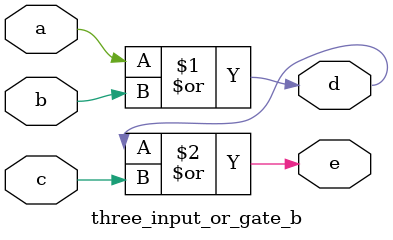
<source format=v>
`timescale 1ns / 1ps


module three_input_or_gate_b (a,b,c,d,e);
    input a, b, c;
    output d, e;
    
    assign d = a | b;
    assign e = d | c;
    
endmodule

</source>
